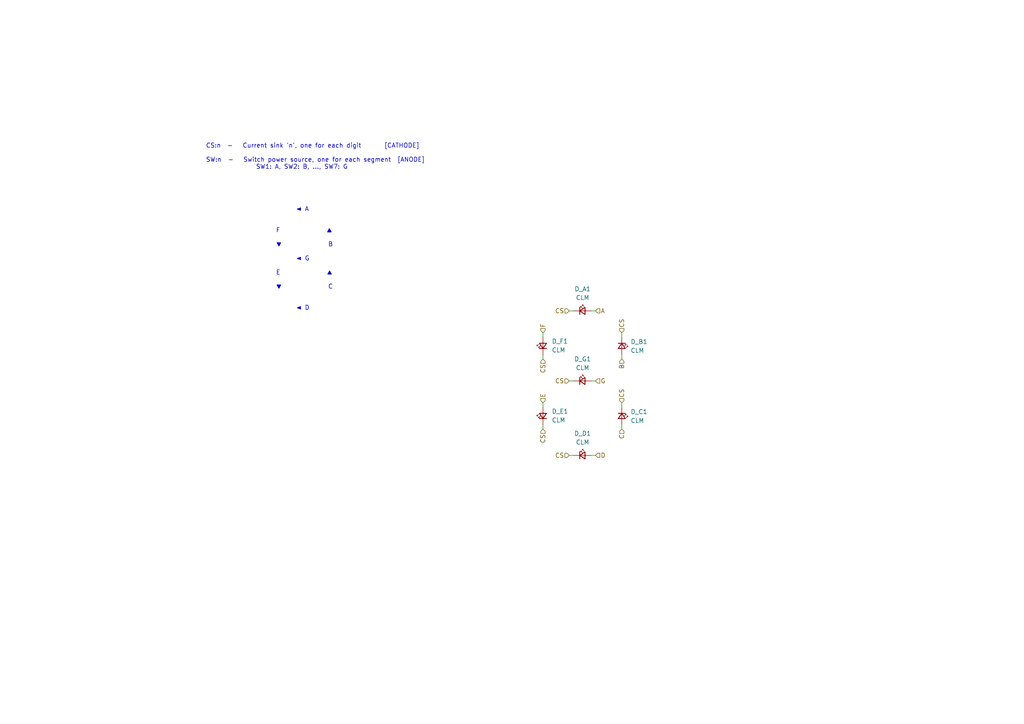
<source format=kicad_sch>
(kicad_sch (version 20230121) (generator eeschema)
  (paper "A4")
  (lib_symbols
    (symbol "Device:LED_Small" (pin_numbers hide) (pin_names (offset 0.254) hide)
      (property "Reference" "D" (at -1.27 3.175 0))
      (property "Value" "LED_Small" (at -4.445 -2.54 0))
      (symbol "LED_Small_0_1"
        (polyline (pts (xy -0.762 -1.016) (xy -0.762 1.016)) (stroke (width 0.254)))
        (polyline (pts (xy 1.016 0) (xy -0.762 0)))
        (polyline (pts (xy 0.762 -1.016) (xy -0.762 0) (xy 0.762 1.016) (xy 0.762 -1.016)) (stroke (width 0.254)))
        (polyline (pts (xy 0 0.762) (xy -0.508 1.27) (xy -0.254 1.27) (xy -0.508 1.27) (xy -0.508 1.016)))
        (polyline (pts (xy 0.508 1.27) (xy 0 1.778) (xy 0.254 1.778) (xy 0 1.778) (xy 0 1.524)))
      )
      (symbol "LED_Small_1_1"
        (pin passive line (at -2.54 0 0) (length 1.778) (name "K") (number "1"))
        (pin passive line (at 2.54 0 180) (length 1.778) (name "A") (number "2"))
      )
    )
  )
  (wire (pts (xy 165.1 90.17) (xy 166.37 90.17)))
  (wire (pts (xy 172.72 110.49) (xy 171.45 110.49)))
  (wire (pts (xy 180.34 102.87) (xy 180.34 104.14)))
  (wire (pts (xy 180.34 116.84) (xy 180.34 118.11)))
  (wire (pts (xy 157.48 116.84) (xy 157.48 118.11)))
  (wire (pts (xy 171.45 90.17) (xy 172.72 90.17)))
  (wire (pts (xy 172.72 132.08) (xy 171.45 132.08)))
  (wire (pts (xy 157.48 96.52) (xy 157.48 97.79)))
  (wire (pts (xy 180.34 124.46) (xy 180.34 123.19)))
  (wire (pts (xy 165.1 110.49) (xy 166.37 110.49)))
  (wire (pts (xy 165.1 132.08) (xy 166.37 132.08)))
  (wire (pts (xy 180.34 96.52) (xy 180.34 97.79)))
  (wire (pts (xy 157.48 123.19) (xy 157.48 124.46)))
  (wire (pts (xy 157.48 102.87) (xy 157.48 104.14)))
  (text "CS:n  -   Current sink 'n', one for each digit       [CATHODE]\n                                                              \nSW:n  -   Switch power source, one for each segment  [ANODE]  \n               SW1: A, SW2: B, ..., SW7: G                    \n                                                              \n                                                              \n                                                              \n                                                              \n                                                              \n                           ◄ A                                \n                                                              \n                                                              \n                     F              ▲                         \n                                                              \n                     ▼              B                         \n                                                              \n                           ◄ G                                \n                                                              \n                     E              ▲                         \n                                                              \n                     ▼              C                         \n                                                              \n                                                              \n                           ◄ D                                " (at 59.69 90.17 0) (effects (font (size 1.27 1.27)) (justify left bottom)))
  (hierarchical_label "CS" (shape input) (at 180.34 96.52 90))
  (hierarchical_label "A" (shape input) (at 172.72 90.17 0))
  (hierarchical_label "CS" (shape input) (at 165.1 90.17 180))
  (hierarchical_label "B" (shape input) (at 180.34 104.14 270))
  (hierarchical_label "E" (shape input) (at 157.48 116.84 90))
  (hierarchical_label "CS" (shape input) (at 157.48 124.46 270))
  (hierarchical_label "CS" (shape input) (at 180.34 116.84 90))
  (hierarchical_label "F" (shape input) (at 157.48 96.52 90))
  (hierarchical_label "CS" (shape input) (at 165.1 132.08 180))
  (hierarchical_label "CS" (shape input) (at 165.1 110.49 180))
  (hierarchical_label "CS" (shape input) (at 157.48 104.14 270))
  (hierarchical_label "D" (shape input) (at 172.72 132.08 0))
  (hierarchical_label "C" (shape input) (at 180.34 124.46 270))
  (hierarchical_label "G" (shape input) (at 172.72 110.49 0))
  (symbol (lib_id "Device:LED_Small") (at 157.48 120.65 90) (unit 1)
    (property "Reference" "D_E1" (at 160.02 119.3165 90) (effects (justify right)))
    (property "Value" "CLM" (at 160.02 121.8565 90) (effects (justify right)))
    (property "Footprint" "Heptachron-Lib:CREE-PLCC2-angled" (effects hide))
  )
  (symbol (lib_id "Device:LED_Small") (at 168.91 110.49 0) (unit 1)
    (property "Reference" "D_G1" (at 168.9735 104.14 0))
    (property "Value" "CLM" (at 168.9735 106.68 0))
    (property "Footprint" "Heptachron-Lib:CREE-PLCC2-angled" (effects hide))
  )
  (symbol (lib_id "Device:LED_Small") (at 157.48 100.33 90) (unit 1)
    (property "Reference" "D_F1" (at 160.02 98.9965 90) (effects (justify right)))
    (property "Value" "CLM" (at 160.02 101.5365 90) (effects (justify right)))
    (property "Footprint" "Heptachron-Lib:CREE-PLCC2-angled" (effects hide))
  )
  (symbol (lib_id "Device:LED_Small") (at 168.91 132.08 0) (unit 1)
    (property "Reference" "D_D1" (at 168.9735 125.73 0))
    (property "Value" "CLM" (at 168.9735 128.27 0))
    (property "Footprint" "Heptachron-Lib:CREE-PLCC2-angled" (effects hide))
  )
  (symbol (lib_id "Device:LED_Small") (at 180.34 120.65 270) (unit 1)
    (property "Reference" "D_C1" (at 182.88 119.4435 90) (effects (justify left)))
    (property "Value" "CLM" (at 182.88 121.9835 90) (effects (justify left)))
    (property "Footprint" "Heptachron-Lib:CREE-PLCC2-angled" (effects hide))
  )
  (symbol (lib_id "Device:LED_Small") (at 168.91 90.17 0) (unit 1)
    (property "Reference" "D_A1" (at 168.9735 83.82 0))
    (property "Value" "CLM" (at 168.9735 86.36 0))
    (property "Footprint" "Heptachron-Lib:CREE-PLCC2-angled" (effects hide))
  )
  (symbol (lib_id "Device:LED_Small") (at 180.34 100.33 270) (unit 1)
    (property "Reference" "D_B1" (at 182.88 99.1235 90) (effects (justify left)))
    (property "Value" "CLM" (at 182.88 101.6635 90) (effects (justify left)))
    (property "Footprint" "Heptachron-Lib:CREE-PLCC2-angled" (effects hide))
  )
)
</source>
